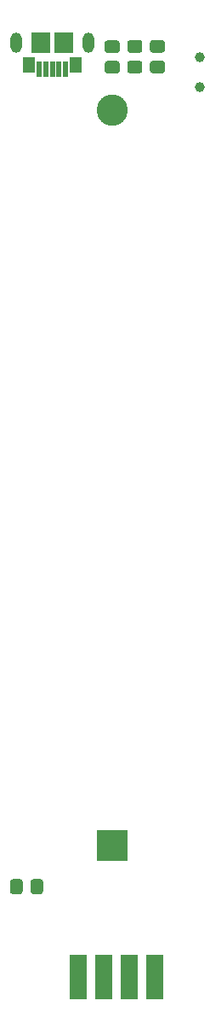
<source format=gbs>
G04 #@! TF.GenerationSoftware,KiCad,Pcbnew,(5.1.6)-1*
G04 #@! TF.CreationDate,2021-08-10T23:40:34-03:00*
G04 #@! TF.ProjectId,TPH_Logger,5450485f-4c6f-4676-9765-722e6b696361,rev?*
G04 #@! TF.SameCoordinates,Original*
G04 #@! TF.FileFunction,Soldermask,Bot*
G04 #@! TF.FilePolarity,Negative*
%FSLAX46Y46*%
G04 Gerber Fmt 4.6, Leading zero omitted, Abs format (unit mm)*
G04 Created by KiCad (PCBNEW (5.1.6)-1) date 2021-08-10 23:40:34*
%MOMM*%
%LPD*%
G01*
G04 APERTURE LIST*
%ADD10C,1.000000*%
%ADD11R,1.250000X1.550000*%
%ADD12O,1.150000X2.000000*%
%ADD13R,1.850000X2.000000*%
%ADD14R,0.500000X1.500000*%
%ADD15R,1.800000X4.400000*%
%ADD16C,3.100000*%
%ADD17R,3.100000X3.100000*%
G04 APERTURE END LIST*
D10*
X143260000Y-47250000D03*
X143260000Y-44250000D03*
G36*
G01*
X137228262Y-43825000D02*
X136271738Y-43825000D01*
G75*
G02*
X136000000Y-43553262I0J271738D01*
G01*
X136000000Y-42846738D01*
G75*
G02*
X136271738Y-42575000I271738J0D01*
G01*
X137228262Y-42575000D01*
G75*
G02*
X137500000Y-42846738I0J-271738D01*
G01*
X137500000Y-43553262D01*
G75*
G02*
X137228262Y-43825000I-271738J0D01*
G01*
G37*
G36*
G01*
X137228262Y-45875000D02*
X136271738Y-45875000D01*
G75*
G02*
X136000000Y-45603262I0J271738D01*
G01*
X136000000Y-44896738D01*
G75*
G02*
X136271738Y-44625000I271738J0D01*
G01*
X137228262Y-44625000D01*
G75*
G02*
X137500000Y-44896738I0J-271738D01*
G01*
X137500000Y-45603262D01*
G75*
G02*
X137228262Y-45875000I-271738J0D01*
G01*
G37*
G36*
G01*
X134978262Y-45900000D02*
X134021738Y-45900000D01*
G75*
G02*
X133750000Y-45628262I0J271738D01*
G01*
X133750000Y-44921738D01*
G75*
G02*
X134021738Y-44650000I271738J0D01*
G01*
X134978262Y-44650000D01*
G75*
G02*
X135250000Y-44921738I0J-271738D01*
G01*
X135250000Y-45628262D01*
G75*
G02*
X134978262Y-45900000I-271738J0D01*
G01*
G37*
G36*
G01*
X134978262Y-43850000D02*
X134021738Y-43850000D01*
G75*
G02*
X133750000Y-43578262I0J271738D01*
G01*
X133750000Y-42871738D01*
G75*
G02*
X134021738Y-42600000I271738J0D01*
G01*
X134978262Y-42600000D01*
G75*
G02*
X135250000Y-42871738I0J-271738D01*
G01*
X135250000Y-43578262D01*
G75*
G02*
X134978262Y-43850000I-271738J0D01*
G01*
G37*
G36*
G01*
X125575000Y-126021738D02*
X125575000Y-126978262D01*
G75*
G02*
X125303262Y-127250000I-271738J0D01*
G01*
X124596738Y-127250000D01*
G75*
G02*
X124325000Y-126978262I0J271738D01*
G01*
X124325000Y-126021738D01*
G75*
G02*
X124596738Y-125750000I271738J0D01*
G01*
X125303262Y-125750000D01*
G75*
G02*
X125575000Y-126021738I0J-271738D01*
G01*
G37*
G36*
G01*
X127625000Y-126021738D02*
X127625000Y-126978262D01*
G75*
G02*
X127353262Y-127250000I-271738J0D01*
G01*
X126646738Y-127250000D01*
G75*
G02*
X126375000Y-126978262I0J271738D01*
G01*
X126375000Y-126021738D01*
G75*
G02*
X126646738Y-125750000I271738J0D01*
G01*
X127353262Y-125750000D01*
G75*
G02*
X127625000Y-126021738I0J-271738D01*
G01*
G37*
D11*
X126220000Y-45030000D03*
X130860000Y-45030000D03*
D12*
X132115000Y-42800000D03*
X124965000Y-42800000D03*
D13*
X127415000Y-42800000D03*
D14*
X128540000Y-45450000D03*
X129190000Y-45450000D03*
X129840000Y-45450000D03*
X127240000Y-45450000D03*
X127890000Y-45450000D03*
D13*
X129665000Y-42800000D03*
D15*
X133670000Y-135500000D03*
X131130000Y-135500000D03*
X136210000Y-135500000D03*
X138750000Y-135500000D03*
D16*
X134500000Y-49500000D03*
D17*
X134500000Y-122400000D03*
G36*
G01*
X139478262Y-45875000D02*
X138521738Y-45875000D01*
G75*
G02*
X138250000Y-45603262I0J271738D01*
G01*
X138250000Y-44896738D01*
G75*
G02*
X138521738Y-44625000I271738J0D01*
G01*
X139478262Y-44625000D01*
G75*
G02*
X139750000Y-44896738I0J-271738D01*
G01*
X139750000Y-45603262D01*
G75*
G02*
X139478262Y-45875000I-271738J0D01*
G01*
G37*
G36*
G01*
X139478262Y-43825000D02*
X138521738Y-43825000D01*
G75*
G02*
X138250000Y-43553262I0J271738D01*
G01*
X138250000Y-42846738D01*
G75*
G02*
X138521738Y-42575000I271738J0D01*
G01*
X139478262Y-42575000D01*
G75*
G02*
X139750000Y-42846738I0J-271738D01*
G01*
X139750000Y-43553262D01*
G75*
G02*
X139478262Y-43825000I-271738J0D01*
G01*
G37*
M02*

</source>
